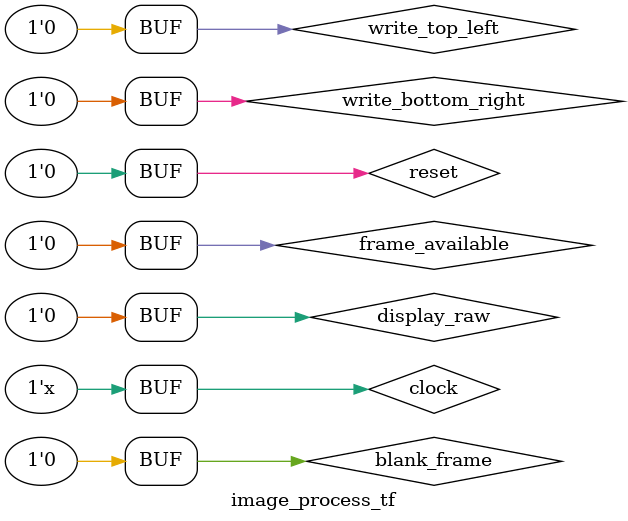
<source format=v>
`timescale 1ns / 100ps

module image_process_tf;

	// Inputs
	reg clock;
	reg reset;
	reg frame_available;
	reg display_raw;
	reg blank_frame;
	reg write_top_left;
	reg write_bottom_right;
	wire pixel_val;

	// Outputs
	wire [17:0] bin_index;
	wire [7:0] pixel;
	wire hsync;
	wire vsync;
	wire in_blob_box;
	wire in_frame_box;
	wire [9:0] touch_h;
	wire [9:0] touch_v;
	wire [9:0] top_left_h;
	wire [9:0] top_left_v;
	wire [9:0] bottom_right_h;
	wire [9:0] bottom_right_v;
	wire touch;
	wire touch_ready;

	// Instantiate the Unit Under Test (UUT)
	image_process #(.HSIZE(28), .VSIZE(22)) uut (
		.clock(clock), 
		.reset(reset), 
		.clock_30mhz(clock), 
		.frame_available(frame_available), 
		.display_raw(display_raw), 
		.blank_frame(blank_frame), 
		.write_top_left(write_top_left), 
		.write_bottom_right(write_bottom_right), 
		.pixel_val(pixel_val), 
		.bin_index(bin_index), 
		.pixel(pixel), 
		.hsync(hsync), 
		.vsync(vsync), 
		.in_blob_box(in_blob_box), 
		.in_frame_box(in_frame_box), 
		.touch_h(touch_h), 
		.touch_v(touch_v), 
		.top_left_h(top_left_h), 
		.top_left_v(top_left_v), 
		.bottom_right_h(bottom_right_h), 
		.bottom_right_v(bottom_right_v), 
		.touch(touch), 
		.touch_ready(touch_ready)
	);
   
   test_rom frame(.addr(bin_index),.clk(clock),.dout(pixel_val));

   always #5 clock = !clock;
   
	initial begin
		// Initialize Inputs
		clock = 0;
		reset = 1;
		frame_available = 0;
		display_raw = 0;
		blank_frame = 0;
		write_top_left = 0;
		write_bottom_right = 0;

		// Wait 100 ns for global reset to finish
		#100;
        
		// Add stimulus here
      reset = 0;
      #20
      frame_available = 1;
      #20
      frame_available = 0;
	end
      
endmodule


</source>
